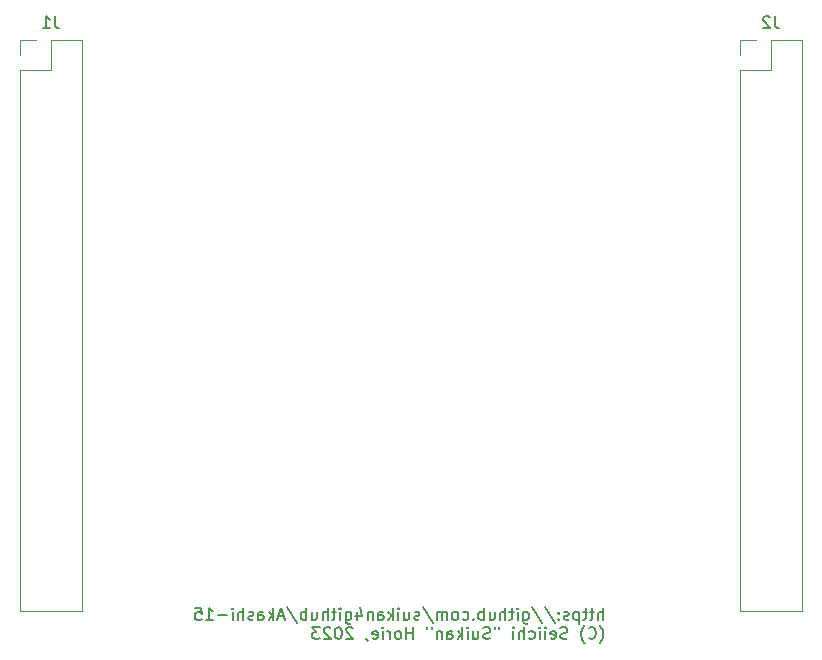
<source format=gbr>
G04 #@! TF.GenerationSoftware,KiCad,Pcbnew,7.0.1-3b83917a11~172~ubuntu22.04.1*
G04 #@! TF.CreationDate,2023-04-09T16:48:27+09:00*
G04 #@! TF.ProjectId,Akashi-15,416b6173-6869-42d3-9135-2e6b69636164,rev?*
G04 #@! TF.SameCoordinates,Original*
G04 #@! TF.FileFunction,Legend,Bot*
G04 #@! TF.FilePolarity,Positive*
%FSLAX46Y46*%
G04 Gerber Fmt 4.6, Leading zero omitted, Abs format (unit mm)*
G04 Created by KiCad (PCBNEW 7.0.1-3b83917a11~172~ubuntu22.04.1) date 2023-04-09 16:48:27*
%MOMM*%
%LPD*%
G01*
G04 APERTURE LIST*
%ADD10C,0.150000*%
%ADD11C,0.120000*%
G04 APERTURE END LIST*
D10*
X169941904Y-136687619D02*
X169941904Y-135687619D01*
X169513333Y-136687619D02*
X169513333Y-136163809D01*
X169513333Y-136163809D02*
X169560952Y-136068571D01*
X169560952Y-136068571D02*
X169656190Y-136020952D01*
X169656190Y-136020952D02*
X169799047Y-136020952D01*
X169799047Y-136020952D02*
X169894285Y-136068571D01*
X169894285Y-136068571D02*
X169941904Y-136116190D01*
X169179999Y-136020952D02*
X168799047Y-136020952D01*
X169037142Y-135687619D02*
X169037142Y-136544761D01*
X169037142Y-136544761D02*
X168989523Y-136640000D01*
X168989523Y-136640000D02*
X168894285Y-136687619D01*
X168894285Y-136687619D02*
X168799047Y-136687619D01*
X168608570Y-136020952D02*
X168227618Y-136020952D01*
X168465713Y-135687619D02*
X168465713Y-136544761D01*
X168465713Y-136544761D02*
X168418094Y-136640000D01*
X168418094Y-136640000D02*
X168322856Y-136687619D01*
X168322856Y-136687619D02*
X168227618Y-136687619D01*
X167894284Y-136020952D02*
X167894284Y-137020952D01*
X167894284Y-136068571D02*
X167799046Y-136020952D01*
X167799046Y-136020952D02*
X167608570Y-136020952D01*
X167608570Y-136020952D02*
X167513332Y-136068571D01*
X167513332Y-136068571D02*
X167465713Y-136116190D01*
X167465713Y-136116190D02*
X167418094Y-136211428D01*
X167418094Y-136211428D02*
X167418094Y-136497142D01*
X167418094Y-136497142D02*
X167465713Y-136592380D01*
X167465713Y-136592380D02*
X167513332Y-136640000D01*
X167513332Y-136640000D02*
X167608570Y-136687619D01*
X167608570Y-136687619D02*
X167799046Y-136687619D01*
X167799046Y-136687619D02*
X167894284Y-136640000D01*
X167037141Y-136640000D02*
X166941903Y-136687619D01*
X166941903Y-136687619D02*
X166751427Y-136687619D01*
X166751427Y-136687619D02*
X166656189Y-136640000D01*
X166656189Y-136640000D02*
X166608570Y-136544761D01*
X166608570Y-136544761D02*
X166608570Y-136497142D01*
X166608570Y-136497142D02*
X166656189Y-136401904D01*
X166656189Y-136401904D02*
X166751427Y-136354285D01*
X166751427Y-136354285D02*
X166894284Y-136354285D01*
X166894284Y-136354285D02*
X166989522Y-136306666D01*
X166989522Y-136306666D02*
X167037141Y-136211428D01*
X167037141Y-136211428D02*
X167037141Y-136163809D01*
X167037141Y-136163809D02*
X166989522Y-136068571D01*
X166989522Y-136068571D02*
X166894284Y-136020952D01*
X166894284Y-136020952D02*
X166751427Y-136020952D01*
X166751427Y-136020952D02*
X166656189Y-136068571D01*
X166179998Y-136592380D02*
X166132379Y-136640000D01*
X166132379Y-136640000D02*
X166179998Y-136687619D01*
X166179998Y-136687619D02*
X166227617Y-136640000D01*
X166227617Y-136640000D02*
X166179998Y-136592380D01*
X166179998Y-136592380D02*
X166179998Y-136687619D01*
X166179998Y-136068571D02*
X166132379Y-136116190D01*
X166132379Y-136116190D02*
X166179998Y-136163809D01*
X166179998Y-136163809D02*
X166227617Y-136116190D01*
X166227617Y-136116190D02*
X166179998Y-136068571D01*
X166179998Y-136068571D02*
X166179998Y-136163809D01*
X164989523Y-135640000D02*
X165846665Y-136925714D01*
X163941904Y-135640000D02*
X164799046Y-136925714D01*
X163179999Y-136020952D02*
X163179999Y-136830476D01*
X163179999Y-136830476D02*
X163227618Y-136925714D01*
X163227618Y-136925714D02*
X163275237Y-136973333D01*
X163275237Y-136973333D02*
X163370475Y-137020952D01*
X163370475Y-137020952D02*
X163513332Y-137020952D01*
X163513332Y-137020952D02*
X163608570Y-136973333D01*
X163179999Y-136640000D02*
X163275237Y-136687619D01*
X163275237Y-136687619D02*
X163465713Y-136687619D01*
X163465713Y-136687619D02*
X163560951Y-136640000D01*
X163560951Y-136640000D02*
X163608570Y-136592380D01*
X163608570Y-136592380D02*
X163656189Y-136497142D01*
X163656189Y-136497142D02*
X163656189Y-136211428D01*
X163656189Y-136211428D02*
X163608570Y-136116190D01*
X163608570Y-136116190D02*
X163560951Y-136068571D01*
X163560951Y-136068571D02*
X163465713Y-136020952D01*
X163465713Y-136020952D02*
X163275237Y-136020952D01*
X163275237Y-136020952D02*
X163179999Y-136068571D01*
X162703808Y-136687619D02*
X162703808Y-136020952D01*
X162703808Y-135687619D02*
X162751427Y-135735238D01*
X162751427Y-135735238D02*
X162703808Y-135782857D01*
X162703808Y-135782857D02*
X162656189Y-135735238D01*
X162656189Y-135735238D02*
X162703808Y-135687619D01*
X162703808Y-135687619D02*
X162703808Y-135782857D01*
X162370475Y-136020952D02*
X161989523Y-136020952D01*
X162227618Y-135687619D02*
X162227618Y-136544761D01*
X162227618Y-136544761D02*
X162179999Y-136640000D01*
X162179999Y-136640000D02*
X162084761Y-136687619D01*
X162084761Y-136687619D02*
X161989523Y-136687619D01*
X161656189Y-136687619D02*
X161656189Y-135687619D01*
X161227618Y-136687619D02*
X161227618Y-136163809D01*
X161227618Y-136163809D02*
X161275237Y-136068571D01*
X161275237Y-136068571D02*
X161370475Y-136020952D01*
X161370475Y-136020952D02*
X161513332Y-136020952D01*
X161513332Y-136020952D02*
X161608570Y-136068571D01*
X161608570Y-136068571D02*
X161656189Y-136116190D01*
X160322856Y-136020952D02*
X160322856Y-136687619D01*
X160751427Y-136020952D02*
X160751427Y-136544761D01*
X160751427Y-136544761D02*
X160703808Y-136640000D01*
X160703808Y-136640000D02*
X160608570Y-136687619D01*
X160608570Y-136687619D02*
X160465713Y-136687619D01*
X160465713Y-136687619D02*
X160370475Y-136640000D01*
X160370475Y-136640000D02*
X160322856Y-136592380D01*
X159846665Y-136687619D02*
X159846665Y-135687619D01*
X159846665Y-136068571D02*
X159751427Y-136020952D01*
X159751427Y-136020952D02*
X159560951Y-136020952D01*
X159560951Y-136020952D02*
X159465713Y-136068571D01*
X159465713Y-136068571D02*
X159418094Y-136116190D01*
X159418094Y-136116190D02*
X159370475Y-136211428D01*
X159370475Y-136211428D02*
X159370475Y-136497142D01*
X159370475Y-136497142D02*
X159418094Y-136592380D01*
X159418094Y-136592380D02*
X159465713Y-136640000D01*
X159465713Y-136640000D02*
X159560951Y-136687619D01*
X159560951Y-136687619D02*
X159751427Y-136687619D01*
X159751427Y-136687619D02*
X159846665Y-136640000D01*
X158941903Y-136592380D02*
X158894284Y-136640000D01*
X158894284Y-136640000D02*
X158941903Y-136687619D01*
X158941903Y-136687619D02*
X158989522Y-136640000D01*
X158989522Y-136640000D02*
X158941903Y-136592380D01*
X158941903Y-136592380D02*
X158941903Y-136687619D01*
X158037142Y-136640000D02*
X158132380Y-136687619D01*
X158132380Y-136687619D02*
X158322856Y-136687619D01*
X158322856Y-136687619D02*
X158418094Y-136640000D01*
X158418094Y-136640000D02*
X158465713Y-136592380D01*
X158465713Y-136592380D02*
X158513332Y-136497142D01*
X158513332Y-136497142D02*
X158513332Y-136211428D01*
X158513332Y-136211428D02*
X158465713Y-136116190D01*
X158465713Y-136116190D02*
X158418094Y-136068571D01*
X158418094Y-136068571D02*
X158322856Y-136020952D01*
X158322856Y-136020952D02*
X158132380Y-136020952D01*
X158132380Y-136020952D02*
X158037142Y-136068571D01*
X157465713Y-136687619D02*
X157560951Y-136640000D01*
X157560951Y-136640000D02*
X157608570Y-136592380D01*
X157608570Y-136592380D02*
X157656189Y-136497142D01*
X157656189Y-136497142D02*
X157656189Y-136211428D01*
X157656189Y-136211428D02*
X157608570Y-136116190D01*
X157608570Y-136116190D02*
X157560951Y-136068571D01*
X157560951Y-136068571D02*
X157465713Y-136020952D01*
X157465713Y-136020952D02*
X157322856Y-136020952D01*
X157322856Y-136020952D02*
X157227618Y-136068571D01*
X157227618Y-136068571D02*
X157179999Y-136116190D01*
X157179999Y-136116190D02*
X157132380Y-136211428D01*
X157132380Y-136211428D02*
X157132380Y-136497142D01*
X157132380Y-136497142D02*
X157179999Y-136592380D01*
X157179999Y-136592380D02*
X157227618Y-136640000D01*
X157227618Y-136640000D02*
X157322856Y-136687619D01*
X157322856Y-136687619D02*
X157465713Y-136687619D01*
X156703808Y-136687619D02*
X156703808Y-136020952D01*
X156703808Y-136116190D02*
X156656189Y-136068571D01*
X156656189Y-136068571D02*
X156560951Y-136020952D01*
X156560951Y-136020952D02*
X156418094Y-136020952D01*
X156418094Y-136020952D02*
X156322856Y-136068571D01*
X156322856Y-136068571D02*
X156275237Y-136163809D01*
X156275237Y-136163809D02*
X156275237Y-136687619D01*
X156275237Y-136163809D02*
X156227618Y-136068571D01*
X156227618Y-136068571D02*
X156132380Y-136020952D01*
X156132380Y-136020952D02*
X155989523Y-136020952D01*
X155989523Y-136020952D02*
X155894284Y-136068571D01*
X155894284Y-136068571D02*
X155846665Y-136163809D01*
X155846665Y-136163809D02*
X155846665Y-136687619D01*
X154656190Y-135640000D02*
X155513332Y-136925714D01*
X154370475Y-136640000D02*
X154275237Y-136687619D01*
X154275237Y-136687619D02*
X154084761Y-136687619D01*
X154084761Y-136687619D02*
X153989523Y-136640000D01*
X153989523Y-136640000D02*
X153941904Y-136544761D01*
X153941904Y-136544761D02*
X153941904Y-136497142D01*
X153941904Y-136497142D02*
X153989523Y-136401904D01*
X153989523Y-136401904D02*
X154084761Y-136354285D01*
X154084761Y-136354285D02*
X154227618Y-136354285D01*
X154227618Y-136354285D02*
X154322856Y-136306666D01*
X154322856Y-136306666D02*
X154370475Y-136211428D01*
X154370475Y-136211428D02*
X154370475Y-136163809D01*
X154370475Y-136163809D02*
X154322856Y-136068571D01*
X154322856Y-136068571D02*
X154227618Y-136020952D01*
X154227618Y-136020952D02*
X154084761Y-136020952D01*
X154084761Y-136020952D02*
X153989523Y-136068571D01*
X153084761Y-136020952D02*
X153084761Y-136687619D01*
X153513332Y-136020952D02*
X153513332Y-136544761D01*
X153513332Y-136544761D02*
X153465713Y-136640000D01*
X153465713Y-136640000D02*
X153370475Y-136687619D01*
X153370475Y-136687619D02*
X153227618Y-136687619D01*
X153227618Y-136687619D02*
X153132380Y-136640000D01*
X153132380Y-136640000D02*
X153084761Y-136592380D01*
X152608570Y-136687619D02*
X152608570Y-136020952D01*
X152608570Y-135687619D02*
X152656189Y-135735238D01*
X152656189Y-135735238D02*
X152608570Y-135782857D01*
X152608570Y-135782857D02*
X152560951Y-135735238D01*
X152560951Y-135735238D02*
X152608570Y-135687619D01*
X152608570Y-135687619D02*
X152608570Y-135782857D01*
X152132380Y-136687619D02*
X152132380Y-135687619D01*
X152037142Y-136306666D02*
X151751428Y-136687619D01*
X151751428Y-136020952D02*
X152132380Y-136401904D01*
X150894285Y-136687619D02*
X150894285Y-136163809D01*
X150894285Y-136163809D02*
X150941904Y-136068571D01*
X150941904Y-136068571D02*
X151037142Y-136020952D01*
X151037142Y-136020952D02*
X151227618Y-136020952D01*
X151227618Y-136020952D02*
X151322856Y-136068571D01*
X150894285Y-136640000D02*
X150989523Y-136687619D01*
X150989523Y-136687619D02*
X151227618Y-136687619D01*
X151227618Y-136687619D02*
X151322856Y-136640000D01*
X151322856Y-136640000D02*
X151370475Y-136544761D01*
X151370475Y-136544761D02*
X151370475Y-136449523D01*
X151370475Y-136449523D02*
X151322856Y-136354285D01*
X151322856Y-136354285D02*
X151227618Y-136306666D01*
X151227618Y-136306666D02*
X150989523Y-136306666D01*
X150989523Y-136306666D02*
X150894285Y-136259047D01*
X150418094Y-136020952D02*
X150418094Y-136687619D01*
X150418094Y-136116190D02*
X150370475Y-136068571D01*
X150370475Y-136068571D02*
X150275237Y-136020952D01*
X150275237Y-136020952D02*
X150132380Y-136020952D01*
X150132380Y-136020952D02*
X150037142Y-136068571D01*
X150037142Y-136068571D02*
X149989523Y-136163809D01*
X149989523Y-136163809D02*
X149989523Y-136687619D01*
X149084761Y-136020952D02*
X149084761Y-136687619D01*
X149322856Y-135640000D02*
X149560951Y-136354285D01*
X149560951Y-136354285D02*
X148941904Y-136354285D01*
X148132380Y-136020952D02*
X148132380Y-136830476D01*
X148132380Y-136830476D02*
X148179999Y-136925714D01*
X148179999Y-136925714D02*
X148227618Y-136973333D01*
X148227618Y-136973333D02*
X148322856Y-137020952D01*
X148322856Y-137020952D02*
X148465713Y-137020952D01*
X148465713Y-137020952D02*
X148560951Y-136973333D01*
X148132380Y-136640000D02*
X148227618Y-136687619D01*
X148227618Y-136687619D02*
X148418094Y-136687619D01*
X148418094Y-136687619D02*
X148513332Y-136640000D01*
X148513332Y-136640000D02*
X148560951Y-136592380D01*
X148560951Y-136592380D02*
X148608570Y-136497142D01*
X148608570Y-136497142D02*
X148608570Y-136211428D01*
X148608570Y-136211428D02*
X148560951Y-136116190D01*
X148560951Y-136116190D02*
X148513332Y-136068571D01*
X148513332Y-136068571D02*
X148418094Y-136020952D01*
X148418094Y-136020952D02*
X148227618Y-136020952D01*
X148227618Y-136020952D02*
X148132380Y-136068571D01*
X147656189Y-136687619D02*
X147656189Y-136020952D01*
X147656189Y-135687619D02*
X147703808Y-135735238D01*
X147703808Y-135735238D02*
X147656189Y-135782857D01*
X147656189Y-135782857D02*
X147608570Y-135735238D01*
X147608570Y-135735238D02*
X147656189Y-135687619D01*
X147656189Y-135687619D02*
X147656189Y-135782857D01*
X147322856Y-136020952D02*
X146941904Y-136020952D01*
X147179999Y-135687619D02*
X147179999Y-136544761D01*
X147179999Y-136544761D02*
X147132380Y-136640000D01*
X147132380Y-136640000D02*
X147037142Y-136687619D01*
X147037142Y-136687619D02*
X146941904Y-136687619D01*
X146608570Y-136687619D02*
X146608570Y-135687619D01*
X146179999Y-136687619D02*
X146179999Y-136163809D01*
X146179999Y-136163809D02*
X146227618Y-136068571D01*
X146227618Y-136068571D02*
X146322856Y-136020952D01*
X146322856Y-136020952D02*
X146465713Y-136020952D01*
X146465713Y-136020952D02*
X146560951Y-136068571D01*
X146560951Y-136068571D02*
X146608570Y-136116190D01*
X145275237Y-136020952D02*
X145275237Y-136687619D01*
X145703808Y-136020952D02*
X145703808Y-136544761D01*
X145703808Y-136544761D02*
X145656189Y-136640000D01*
X145656189Y-136640000D02*
X145560951Y-136687619D01*
X145560951Y-136687619D02*
X145418094Y-136687619D01*
X145418094Y-136687619D02*
X145322856Y-136640000D01*
X145322856Y-136640000D02*
X145275237Y-136592380D01*
X144799046Y-136687619D02*
X144799046Y-135687619D01*
X144799046Y-136068571D02*
X144703808Y-136020952D01*
X144703808Y-136020952D02*
X144513332Y-136020952D01*
X144513332Y-136020952D02*
X144418094Y-136068571D01*
X144418094Y-136068571D02*
X144370475Y-136116190D01*
X144370475Y-136116190D02*
X144322856Y-136211428D01*
X144322856Y-136211428D02*
X144322856Y-136497142D01*
X144322856Y-136497142D02*
X144370475Y-136592380D01*
X144370475Y-136592380D02*
X144418094Y-136640000D01*
X144418094Y-136640000D02*
X144513332Y-136687619D01*
X144513332Y-136687619D02*
X144703808Y-136687619D01*
X144703808Y-136687619D02*
X144799046Y-136640000D01*
X143179999Y-135640000D02*
X144037141Y-136925714D01*
X142894284Y-136401904D02*
X142418094Y-136401904D01*
X142989522Y-136687619D02*
X142656189Y-135687619D01*
X142656189Y-135687619D02*
X142322856Y-136687619D01*
X141989522Y-136687619D02*
X141989522Y-135687619D01*
X141894284Y-136306666D02*
X141608570Y-136687619D01*
X141608570Y-136020952D02*
X141989522Y-136401904D01*
X140751427Y-136687619D02*
X140751427Y-136163809D01*
X140751427Y-136163809D02*
X140799046Y-136068571D01*
X140799046Y-136068571D02*
X140894284Y-136020952D01*
X140894284Y-136020952D02*
X141084760Y-136020952D01*
X141084760Y-136020952D02*
X141179998Y-136068571D01*
X140751427Y-136640000D02*
X140846665Y-136687619D01*
X140846665Y-136687619D02*
X141084760Y-136687619D01*
X141084760Y-136687619D02*
X141179998Y-136640000D01*
X141179998Y-136640000D02*
X141227617Y-136544761D01*
X141227617Y-136544761D02*
X141227617Y-136449523D01*
X141227617Y-136449523D02*
X141179998Y-136354285D01*
X141179998Y-136354285D02*
X141084760Y-136306666D01*
X141084760Y-136306666D02*
X140846665Y-136306666D01*
X140846665Y-136306666D02*
X140751427Y-136259047D01*
X140322855Y-136640000D02*
X140227617Y-136687619D01*
X140227617Y-136687619D02*
X140037141Y-136687619D01*
X140037141Y-136687619D02*
X139941903Y-136640000D01*
X139941903Y-136640000D02*
X139894284Y-136544761D01*
X139894284Y-136544761D02*
X139894284Y-136497142D01*
X139894284Y-136497142D02*
X139941903Y-136401904D01*
X139941903Y-136401904D02*
X140037141Y-136354285D01*
X140037141Y-136354285D02*
X140179998Y-136354285D01*
X140179998Y-136354285D02*
X140275236Y-136306666D01*
X140275236Y-136306666D02*
X140322855Y-136211428D01*
X140322855Y-136211428D02*
X140322855Y-136163809D01*
X140322855Y-136163809D02*
X140275236Y-136068571D01*
X140275236Y-136068571D02*
X140179998Y-136020952D01*
X140179998Y-136020952D02*
X140037141Y-136020952D01*
X140037141Y-136020952D02*
X139941903Y-136068571D01*
X139465712Y-136687619D02*
X139465712Y-135687619D01*
X139037141Y-136687619D02*
X139037141Y-136163809D01*
X139037141Y-136163809D02*
X139084760Y-136068571D01*
X139084760Y-136068571D02*
X139179998Y-136020952D01*
X139179998Y-136020952D02*
X139322855Y-136020952D01*
X139322855Y-136020952D02*
X139418093Y-136068571D01*
X139418093Y-136068571D02*
X139465712Y-136116190D01*
X138560950Y-136687619D02*
X138560950Y-136020952D01*
X138560950Y-135687619D02*
X138608569Y-135735238D01*
X138608569Y-135735238D02*
X138560950Y-135782857D01*
X138560950Y-135782857D02*
X138513331Y-135735238D01*
X138513331Y-135735238D02*
X138560950Y-135687619D01*
X138560950Y-135687619D02*
X138560950Y-135782857D01*
X138084760Y-136306666D02*
X137322856Y-136306666D01*
X136322856Y-136687619D02*
X136894284Y-136687619D01*
X136608570Y-136687619D02*
X136608570Y-135687619D01*
X136608570Y-135687619D02*
X136703808Y-135830476D01*
X136703808Y-135830476D02*
X136799046Y-135925714D01*
X136799046Y-135925714D02*
X136894284Y-135973333D01*
X135418094Y-135687619D02*
X135894284Y-135687619D01*
X135894284Y-135687619D02*
X135941903Y-136163809D01*
X135941903Y-136163809D02*
X135894284Y-136116190D01*
X135894284Y-136116190D02*
X135799046Y-136068571D01*
X135799046Y-136068571D02*
X135560951Y-136068571D01*
X135560951Y-136068571D02*
X135465713Y-136116190D01*
X135465713Y-136116190D02*
X135418094Y-136163809D01*
X135418094Y-136163809D02*
X135370475Y-136259047D01*
X135370475Y-136259047D02*
X135370475Y-136497142D01*
X135370475Y-136497142D02*
X135418094Y-136592380D01*
X135418094Y-136592380D02*
X135465713Y-136640000D01*
X135465713Y-136640000D02*
X135560951Y-136687619D01*
X135560951Y-136687619D02*
X135799046Y-136687619D01*
X135799046Y-136687619D02*
X135894284Y-136640000D01*
X135894284Y-136640000D02*
X135941903Y-136592380D01*
X169656190Y-138688571D02*
X169703809Y-138640952D01*
X169703809Y-138640952D02*
X169799047Y-138498095D01*
X169799047Y-138498095D02*
X169846666Y-138402857D01*
X169846666Y-138402857D02*
X169894285Y-138260000D01*
X169894285Y-138260000D02*
X169941904Y-138021904D01*
X169941904Y-138021904D02*
X169941904Y-137831428D01*
X169941904Y-137831428D02*
X169894285Y-137593333D01*
X169894285Y-137593333D02*
X169846666Y-137450476D01*
X169846666Y-137450476D02*
X169799047Y-137355238D01*
X169799047Y-137355238D02*
X169703809Y-137212380D01*
X169703809Y-137212380D02*
X169656190Y-137164761D01*
X168703809Y-138212380D02*
X168751428Y-138260000D01*
X168751428Y-138260000D02*
X168894285Y-138307619D01*
X168894285Y-138307619D02*
X168989523Y-138307619D01*
X168989523Y-138307619D02*
X169132380Y-138260000D01*
X169132380Y-138260000D02*
X169227618Y-138164761D01*
X169227618Y-138164761D02*
X169275237Y-138069523D01*
X169275237Y-138069523D02*
X169322856Y-137879047D01*
X169322856Y-137879047D02*
X169322856Y-137736190D01*
X169322856Y-137736190D02*
X169275237Y-137545714D01*
X169275237Y-137545714D02*
X169227618Y-137450476D01*
X169227618Y-137450476D02*
X169132380Y-137355238D01*
X169132380Y-137355238D02*
X168989523Y-137307619D01*
X168989523Y-137307619D02*
X168894285Y-137307619D01*
X168894285Y-137307619D02*
X168751428Y-137355238D01*
X168751428Y-137355238D02*
X168703809Y-137402857D01*
X168370475Y-138688571D02*
X168322856Y-138640952D01*
X168322856Y-138640952D02*
X168227618Y-138498095D01*
X168227618Y-138498095D02*
X168179999Y-138402857D01*
X168179999Y-138402857D02*
X168132380Y-138260000D01*
X168132380Y-138260000D02*
X168084761Y-138021904D01*
X168084761Y-138021904D02*
X168084761Y-137831428D01*
X168084761Y-137831428D02*
X168132380Y-137593333D01*
X168132380Y-137593333D02*
X168179999Y-137450476D01*
X168179999Y-137450476D02*
X168227618Y-137355238D01*
X168227618Y-137355238D02*
X168322856Y-137212380D01*
X168322856Y-137212380D02*
X168370475Y-137164761D01*
X166894284Y-138260000D02*
X166751427Y-138307619D01*
X166751427Y-138307619D02*
X166513332Y-138307619D01*
X166513332Y-138307619D02*
X166418094Y-138260000D01*
X166418094Y-138260000D02*
X166370475Y-138212380D01*
X166370475Y-138212380D02*
X166322856Y-138117142D01*
X166322856Y-138117142D02*
X166322856Y-138021904D01*
X166322856Y-138021904D02*
X166370475Y-137926666D01*
X166370475Y-137926666D02*
X166418094Y-137879047D01*
X166418094Y-137879047D02*
X166513332Y-137831428D01*
X166513332Y-137831428D02*
X166703808Y-137783809D01*
X166703808Y-137783809D02*
X166799046Y-137736190D01*
X166799046Y-137736190D02*
X166846665Y-137688571D01*
X166846665Y-137688571D02*
X166894284Y-137593333D01*
X166894284Y-137593333D02*
X166894284Y-137498095D01*
X166894284Y-137498095D02*
X166846665Y-137402857D01*
X166846665Y-137402857D02*
X166799046Y-137355238D01*
X166799046Y-137355238D02*
X166703808Y-137307619D01*
X166703808Y-137307619D02*
X166465713Y-137307619D01*
X166465713Y-137307619D02*
X166322856Y-137355238D01*
X165513332Y-138260000D02*
X165608570Y-138307619D01*
X165608570Y-138307619D02*
X165799046Y-138307619D01*
X165799046Y-138307619D02*
X165894284Y-138260000D01*
X165894284Y-138260000D02*
X165941903Y-138164761D01*
X165941903Y-138164761D02*
X165941903Y-137783809D01*
X165941903Y-137783809D02*
X165894284Y-137688571D01*
X165894284Y-137688571D02*
X165799046Y-137640952D01*
X165799046Y-137640952D02*
X165608570Y-137640952D01*
X165608570Y-137640952D02*
X165513332Y-137688571D01*
X165513332Y-137688571D02*
X165465713Y-137783809D01*
X165465713Y-137783809D02*
X165465713Y-137879047D01*
X165465713Y-137879047D02*
X165941903Y-137974285D01*
X165037141Y-138307619D02*
X165037141Y-137640952D01*
X165037141Y-137307619D02*
X165084760Y-137355238D01*
X165084760Y-137355238D02*
X165037141Y-137402857D01*
X165037141Y-137402857D02*
X164989522Y-137355238D01*
X164989522Y-137355238D02*
X165037141Y-137307619D01*
X165037141Y-137307619D02*
X165037141Y-137402857D01*
X164560951Y-138307619D02*
X164560951Y-137640952D01*
X164560951Y-137307619D02*
X164608570Y-137355238D01*
X164608570Y-137355238D02*
X164560951Y-137402857D01*
X164560951Y-137402857D02*
X164513332Y-137355238D01*
X164513332Y-137355238D02*
X164560951Y-137307619D01*
X164560951Y-137307619D02*
X164560951Y-137402857D01*
X163656190Y-138260000D02*
X163751428Y-138307619D01*
X163751428Y-138307619D02*
X163941904Y-138307619D01*
X163941904Y-138307619D02*
X164037142Y-138260000D01*
X164037142Y-138260000D02*
X164084761Y-138212380D01*
X164084761Y-138212380D02*
X164132380Y-138117142D01*
X164132380Y-138117142D02*
X164132380Y-137831428D01*
X164132380Y-137831428D02*
X164084761Y-137736190D01*
X164084761Y-137736190D02*
X164037142Y-137688571D01*
X164037142Y-137688571D02*
X163941904Y-137640952D01*
X163941904Y-137640952D02*
X163751428Y-137640952D01*
X163751428Y-137640952D02*
X163656190Y-137688571D01*
X163227618Y-138307619D02*
X163227618Y-137307619D01*
X162799047Y-138307619D02*
X162799047Y-137783809D01*
X162799047Y-137783809D02*
X162846666Y-137688571D01*
X162846666Y-137688571D02*
X162941904Y-137640952D01*
X162941904Y-137640952D02*
X163084761Y-137640952D01*
X163084761Y-137640952D02*
X163179999Y-137688571D01*
X163179999Y-137688571D02*
X163227618Y-137736190D01*
X162322856Y-138307619D02*
X162322856Y-137640952D01*
X162322856Y-137307619D02*
X162370475Y-137355238D01*
X162370475Y-137355238D02*
X162322856Y-137402857D01*
X162322856Y-137402857D02*
X162275237Y-137355238D01*
X162275237Y-137355238D02*
X162322856Y-137307619D01*
X162322856Y-137307619D02*
X162322856Y-137402857D01*
X161132380Y-137307619D02*
X161132380Y-137498095D01*
X160751428Y-137307619D02*
X160751428Y-137498095D01*
X160370475Y-138260000D02*
X160227618Y-138307619D01*
X160227618Y-138307619D02*
X159989523Y-138307619D01*
X159989523Y-138307619D02*
X159894285Y-138260000D01*
X159894285Y-138260000D02*
X159846666Y-138212380D01*
X159846666Y-138212380D02*
X159799047Y-138117142D01*
X159799047Y-138117142D02*
X159799047Y-138021904D01*
X159799047Y-138021904D02*
X159846666Y-137926666D01*
X159846666Y-137926666D02*
X159894285Y-137879047D01*
X159894285Y-137879047D02*
X159989523Y-137831428D01*
X159989523Y-137831428D02*
X160179999Y-137783809D01*
X160179999Y-137783809D02*
X160275237Y-137736190D01*
X160275237Y-137736190D02*
X160322856Y-137688571D01*
X160322856Y-137688571D02*
X160370475Y-137593333D01*
X160370475Y-137593333D02*
X160370475Y-137498095D01*
X160370475Y-137498095D02*
X160322856Y-137402857D01*
X160322856Y-137402857D02*
X160275237Y-137355238D01*
X160275237Y-137355238D02*
X160179999Y-137307619D01*
X160179999Y-137307619D02*
X159941904Y-137307619D01*
X159941904Y-137307619D02*
X159799047Y-137355238D01*
X158941904Y-137640952D02*
X158941904Y-138307619D01*
X159370475Y-137640952D02*
X159370475Y-138164761D01*
X159370475Y-138164761D02*
X159322856Y-138260000D01*
X159322856Y-138260000D02*
X159227618Y-138307619D01*
X159227618Y-138307619D02*
X159084761Y-138307619D01*
X159084761Y-138307619D02*
X158989523Y-138260000D01*
X158989523Y-138260000D02*
X158941904Y-138212380D01*
X158465713Y-138307619D02*
X158465713Y-137640952D01*
X158465713Y-137307619D02*
X158513332Y-137355238D01*
X158513332Y-137355238D02*
X158465713Y-137402857D01*
X158465713Y-137402857D02*
X158418094Y-137355238D01*
X158418094Y-137355238D02*
X158465713Y-137307619D01*
X158465713Y-137307619D02*
X158465713Y-137402857D01*
X157989523Y-138307619D02*
X157989523Y-137307619D01*
X157894285Y-137926666D02*
X157608571Y-138307619D01*
X157608571Y-137640952D02*
X157989523Y-138021904D01*
X156751428Y-138307619D02*
X156751428Y-137783809D01*
X156751428Y-137783809D02*
X156799047Y-137688571D01*
X156799047Y-137688571D02*
X156894285Y-137640952D01*
X156894285Y-137640952D02*
X157084761Y-137640952D01*
X157084761Y-137640952D02*
X157179999Y-137688571D01*
X156751428Y-138260000D02*
X156846666Y-138307619D01*
X156846666Y-138307619D02*
X157084761Y-138307619D01*
X157084761Y-138307619D02*
X157179999Y-138260000D01*
X157179999Y-138260000D02*
X157227618Y-138164761D01*
X157227618Y-138164761D02*
X157227618Y-138069523D01*
X157227618Y-138069523D02*
X157179999Y-137974285D01*
X157179999Y-137974285D02*
X157084761Y-137926666D01*
X157084761Y-137926666D02*
X156846666Y-137926666D01*
X156846666Y-137926666D02*
X156751428Y-137879047D01*
X156275237Y-137640952D02*
X156275237Y-138307619D01*
X156275237Y-137736190D02*
X156227618Y-137688571D01*
X156227618Y-137688571D02*
X156132380Y-137640952D01*
X156132380Y-137640952D02*
X155989523Y-137640952D01*
X155989523Y-137640952D02*
X155894285Y-137688571D01*
X155894285Y-137688571D02*
X155846666Y-137783809D01*
X155846666Y-137783809D02*
X155846666Y-138307619D01*
X155418094Y-137307619D02*
X155418094Y-137498095D01*
X155037142Y-137307619D02*
X155037142Y-137498095D01*
X153846665Y-138307619D02*
X153846665Y-137307619D01*
X153846665Y-137783809D02*
X153275237Y-137783809D01*
X153275237Y-138307619D02*
X153275237Y-137307619D01*
X152656189Y-138307619D02*
X152751427Y-138260000D01*
X152751427Y-138260000D02*
X152799046Y-138212380D01*
X152799046Y-138212380D02*
X152846665Y-138117142D01*
X152846665Y-138117142D02*
X152846665Y-137831428D01*
X152846665Y-137831428D02*
X152799046Y-137736190D01*
X152799046Y-137736190D02*
X152751427Y-137688571D01*
X152751427Y-137688571D02*
X152656189Y-137640952D01*
X152656189Y-137640952D02*
X152513332Y-137640952D01*
X152513332Y-137640952D02*
X152418094Y-137688571D01*
X152418094Y-137688571D02*
X152370475Y-137736190D01*
X152370475Y-137736190D02*
X152322856Y-137831428D01*
X152322856Y-137831428D02*
X152322856Y-138117142D01*
X152322856Y-138117142D02*
X152370475Y-138212380D01*
X152370475Y-138212380D02*
X152418094Y-138260000D01*
X152418094Y-138260000D02*
X152513332Y-138307619D01*
X152513332Y-138307619D02*
X152656189Y-138307619D01*
X151894284Y-138307619D02*
X151894284Y-137640952D01*
X151894284Y-137831428D02*
X151846665Y-137736190D01*
X151846665Y-137736190D02*
X151799046Y-137688571D01*
X151799046Y-137688571D02*
X151703808Y-137640952D01*
X151703808Y-137640952D02*
X151608570Y-137640952D01*
X151275236Y-138307619D02*
X151275236Y-137640952D01*
X151275236Y-137307619D02*
X151322855Y-137355238D01*
X151322855Y-137355238D02*
X151275236Y-137402857D01*
X151275236Y-137402857D02*
X151227617Y-137355238D01*
X151227617Y-137355238D02*
X151275236Y-137307619D01*
X151275236Y-137307619D02*
X151275236Y-137402857D01*
X150418094Y-138260000D02*
X150513332Y-138307619D01*
X150513332Y-138307619D02*
X150703808Y-138307619D01*
X150703808Y-138307619D02*
X150799046Y-138260000D01*
X150799046Y-138260000D02*
X150846665Y-138164761D01*
X150846665Y-138164761D02*
X150846665Y-137783809D01*
X150846665Y-137783809D02*
X150799046Y-137688571D01*
X150799046Y-137688571D02*
X150703808Y-137640952D01*
X150703808Y-137640952D02*
X150513332Y-137640952D01*
X150513332Y-137640952D02*
X150418094Y-137688571D01*
X150418094Y-137688571D02*
X150370475Y-137783809D01*
X150370475Y-137783809D02*
X150370475Y-137879047D01*
X150370475Y-137879047D02*
X150846665Y-137974285D01*
X149894284Y-138260000D02*
X149894284Y-138307619D01*
X149894284Y-138307619D02*
X149941903Y-138402857D01*
X149941903Y-138402857D02*
X149989522Y-138450476D01*
X148751427Y-137402857D02*
X148703808Y-137355238D01*
X148703808Y-137355238D02*
X148608570Y-137307619D01*
X148608570Y-137307619D02*
X148370475Y-137307619D01*
X148370475Y-137307619D02*
X148275237Y-137355238D01*
X148275237Y-137355238D02*
X148227618Y-137402857D01*
X148227618Y-137402857D02*
X148179999Y-137498095D01*
X148179999Y-137498095D02*
X148179999Y-137593333D01*
X148179999Y-137593333D02*
X148227618Y-137736190D01*
X148227618Y-137736190D02*
X148799046Y-138307619D01*
X148799046Y-138307619D02*
X148179999Y-138307619D01*
X147560951Y-137307619D02*
X147465713Y-137307619D01*
X147465713Y-137307619D02*
X147370475Y-137355238D01*
X147370475Y-137355238D02*
X147322856Y-137402857D01*
X147322856Y-137402857D02*
X147275237Y-137498095D01*
X147275237Y-137498095D02*
X147227618Y-137688571D01*
X147227618Y-137688571D02*
X147227618Y-137926666D01*
X147227618Y-137926666D02*
X147275237Y-138117142D01*
X147275237Y-138117142D02*
X147322856Y-138212380D01*
X147322856Y-138212380D02*
X147370475Y-138260000D01*
X147370475Y-138260000D02*
X147465713Y-138307619D01*
X147465713Y-138307619D02*
X147560951Y-138307619D01*
X147560951Y-138307619D02*
X147656189Y-138260000D01*
X147656189Y-138260000D02*
X147703808Y-138212380D01*
X147703808Y-138212380D02*
X147751427Y-138117142D01*
X147751427Y-138117142D02*
X147799046Y-137926666D01*
X147799046Y-137926666D02*
X147799046Y-137688571D01*
X147799046Y-137688571D02*
X147751427Y-137498095D01*
X147751427Y-137498095D02*
X147703808Y-137402857D01*
X147703808Y-137402857D02*
X147656189Y-137355238D01*
X147656189Y-137355238D02*
X147560951Y-137307619D01*
X146846665Y-137402857D02*
X146799046Y-137355238D01*
X146799046Y-137355238D02*
X146703808Y-137307619D01*
X146703808Y-137307619D02*
X146465713Y-137307619D01*
X146465713Y-137307619D02*
X146370475Y-137355238D01*
X146370475Y-137355238D02*
X146322856Y-137402857D01*
X146322856Y-137402857D02*
X146275237Y-137498095D01*
X146275237Y-137498095D02*
X146275237Y-137593333D01*
X146275237Y-137593333D02*
X146322856Y-137736190D01*
X146322856Y-137736190D02*
X146894284Y-138307619D01*
X146894284Y-138307619D02*
X146275237Y-138307619D01*
X145941903Y-137307619D02*
X145322856Y-137307619D01*
X145322856Y-137307619D02*
X145656189Y-137688571D01*
X145656189Y-137688571D02*
X145513332Y-137688571D01*
X145513332Y-137688571D02*
X145418094Y-137736190D01*
X145418094Y-137736190D02*
X145370475Y-137783809D01*
X145370475Y-137783809D02*
X145322856Y-137879047D01*
X145322856Y-137879047D02*
X145322856Y-138117142D01*
X145322856Y-138117142D02*
X145370475Y-138212380D01*
X145370475Y-138212380D02*
X145418094Y-138260000D01*
X145418094Y-138260000D02*
X145513332Y-138307619D01*
X145513332Y-138307619D02*
X145799046Y-138307619D01*
X145799046Y-138307619D02*
X145894284Y-138260000D01*
X145894284Y-138260000D02*
X145941903Y-138212380D01*
X184483333Y-85592619D02*
X184483333Y-86306904D01*
X184483333Y-86306904D02*
X184530952Y-86449761D01*
X184530952Y-86449761D02*
X184626190Y-86545000D01*
X184626190Y-86545000D02*
X184769047Y-86592619D01*
X184769047Y-86592619D02*
X184864285Y-86592619D01*
X184054761Y-85687857D02*
X184007142Y-85640238D01*
X184007142Y-85640238D02*
X183911904Y-85592619D01*
X183911904Y-85592619D02*
X183673809Y-85592619D01*
X183673809Y-85592619D02*
X183578571Y-85640238D01*
X183578571Y-85640238D02*
X183530952Y-85687857D01*
X183530952Y-85687857D02*
X183483333Y-85783095D01*
X183483333Y-85783095D02*
X183483333Y-85878333D01*
X183483333Y-85878333D02*
X183530952Y-86021190D01*
X183530952Y-86021190D02*
X184102380Y-86592619D01*
X184102380Y-86592619D02*
X183483333Y-86592619D01*
X123523333Y-85592619D02*
X123523333Y-86306904D01*
X123523333Y-86306904D02*
X123570952Y-86449761D01*
X123570952Y-86449761D02*
X123666190Y-86545000D01*
X123666190Y-86545000D02*
X123809047Y-86592619D01*
X123809047Y-86592619D02*
X123904285Y-86592619D01*
X122523333Y-86592619D02*
X123094761Y-86592619D01*
X122809047Y-86592619D02*
X122809047Y-85592619D01*
X122809047Y-85592619D02*
X122904285Y-85735476D01*
X122904285Y-85735476D02*
X122999523Y-85830714D01*
X122999523Y-85830714D02*
X123094761Y-85878333D01*
D11*
X186750000Y-135950000D02*
X181550000Y-135950000D01*
X186750000Y-87570000D02*
X186750000Y-135950000D01*
X186750000Y-87570000D02*
X184150000Y-87570000D01*
X184150000Y-90170000D02*
X181550000Y-90170000D01*
X184150000Y-87570000D02*
X184150000Y-90170000D01*
X182880000Y-87570000D02*
X181550000Y-87570000D01*
X181550000Y-90170000D02*
X181550000Y-135950000D01*
X181550000Y-87570000D02*
X181550000Y-88900000D01*
X125790000Y-135950000D02*
X120590000Y-135950000D01*
X125790000Y-87570000D02*
X125790000Y-135950000D01*
X125790000Y-87570000D02*
X123190000Y-87570000D01*
X123190000Y-90170000D02*
X120590000Y-90170000D01*
X123190000Y-87570000D02*
X123190000Y-90170000D01*
X121920000Y-87570000D02*
X120590000Y-87570000D01*
X120590000Y-90170000D02*
X120590000Y-135950000D01*
X120590000Y-87570000D02*
X120590000Y-88900000D01*
M02*

</source>
